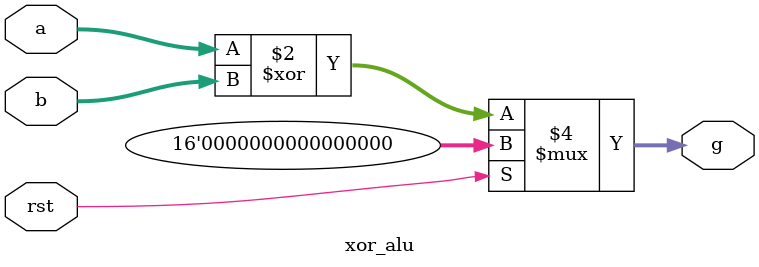
<source format=v>
module xor_alu (a, b, g, rst);

	input [15:0] a, b;
	output reg [15:0] g;
	
	input rst;
	
	
	always @(*) begin
		if (rst) begin
			g = 0;
		end else begin
			g = a ^ b;
		end
	end
	

endmodule
</source>
